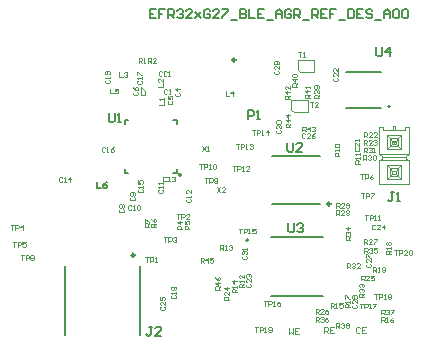
<source format=gto>
G04 Layer_Color=65535*
%FSLAX25Y25*%
%MOIN*%
G70*
G01*
G75*
%ADD32C,0.01000*%
%ADD33C,0.00600*%
%ADD34C,0.00400*%
%ADD42C,0.00500*%
%ADD48C,0.00591*%
%ADD60C,0.00984*%
%ADD61C,0.00787*%
%ADD62C,0.00394*%
%ADD63C,0.00100*%
%ADD64C,0.00300*%
D32*
X118470Y50083D02*
G03*
X118470Y50083I-500J0D01*
G01*
D33*
X133675Y102286D02*
Y99787D01*
X134175Y99287D01*
X135175D01*
X135674Y99787D01*
Y102286D01*
X138174Y99287D02*
Y102286D01*
X136674Y100786D01*
X138673D01*
X104355Y43676D02*
Y41177D01*
X104855Y40677D01*
X105854D01*
X106354Y41177D01*
Y43676D01*
X107354Y43176D02*
X107854Y43676D01*
X108853D01*
X109353Y43176D01*
Y42676D01*
X108853Y42176D01*
X108353D01*
X108853D01*
X109353Y41677D01*
Y41177D01*
X108853Y40677D01*
X107854D01*
X107354Y41177D01*
X104075Y70464D02*
Y67965D01*
X104575Y67465D01*
X105575D01*
X106074Y67965D01*
Y70464D01*
X109073Y67465D02*
X107074D01*
X109073Y69464D01*
Y69964D01*
X108574Y70464D01*
X107574D01*
X107074Y69964D01*
X139559Y53983D02*
X138560D01*
X139059D01*
Y51484D01*
X138560Y50984D01*
X138060D01*
X137560Y51484D01*
X140559Y50984D02*
X141559D01*
X141059D01*
Y53983D01*
X140559Y53483D01*
X59100Y9100D02*
X58101D01*
X58600D01*
Y6601D01*
X58101Y6101D01*
X57601D01*
X57101Y6601D01*
X62099Y6101D02*
X60100D01*
X62099Y8100D01*
Y8600D01*
X61599Y9100D01*
X60600D01*
X60100Y8600D01*
X90895Y78256D02*
Y81255D01*
X92395D01*
X92894Y80755D01*
Y79756D01*
X92395Y79256D01*
X90895D01*
X93894Y78256D02*
X94894D01*
X94394D01*
Y81255D01*
X93894Y80755D01*
X44548Y80303D02*
Y77804D01*
X45048Y77304D01*
X46047D01*
X46547Y77804D01*
Y80303D01*
X47547Y77304D02*
X48547D01*
X48047D01*
Y80303D01*
X47547Y79803D01*
X60422Y115025D02*
X58423D01*
Y112026D01*
X60422D01*
X58423Y113525D02*
X59423D01*
X63421Y115025D02*
X61422D01*
Y113525D01*
X62422D01*
X61422D01*
Y112026D01*
X64421D02*
Y115025D01*
X65921D01*
X66420Y114525D01*
Y113525D01*
X65921Y113026D01*
X64421D01*
X65421D02*
X66420Y112026D01*
X67420Y114525D02*
X67920Y115025D01*
X68920D01*
X69419Y114525D01*
Y114025D01*
X68920Y113525D01*
X68420D01*
X68920D01*
X69419Y113026D01*
Y112526D01*
X68920Y112026D01*
X67920D01*
X67420Y112526D01*
X72418Y112026D02*
X70419D01*
X72418Y114025D01*
Y114525D01*
X71919Y115025D01*
X70919D01*
X70419Y114525D01*
X73418Y114025D02*
X75418Y112026D01*
X74418Y113026D01*
X75418Y114025D01*
X73418Y112026D01*
X78417Y114525D02*
X77917Y115025D01*
X76917D01*
X76417Y114525D01*
Y112526D01*
X76917Y112026D01*
X77917D01*
X78417Y112526D01*
Y113525D01*
X77417D01*
X81416Y112026D02*
X79416D01*
X81416Y114025D01*
Y114525D01*
X80916Y115025D01*
X79916D01*
X79416Y114525D01*
X82415Y115025D02*
X84415D01*
Y114525D01*
X82415Y112526D01*
Y112026D01*
X85414Y111526D02*
X87414D01*
X88413Y115025D02*
Y112026D01*
X89913D01*
X90413Y112526D01*
Y113026D01*
X89913Y113525D01*
X88413D01*
X89913D01*
X90413Y114025D01*
Y114525D01*
X89913Y115025D01*
X88413D01*
X91412D02*
Y112026D01*
X93412D01*
X96411Y115025D02*
X94411D01*
Y112026D01*
X96411D01*
X94411Y113525D02*
X95411D01*
X97410Y111526D02*
X99410D01*
X100409Y112026D02*
Y114025D01*
X101409Y115025D01*
X102409Y114025D01*
Y112026D01*
Y113525D01*
X100409D01*
X105408Y114525D02*
X104908Y115025D01*
X103908D01*
X103408Y114525D01*
Y112526D01*
X103908Y112026D01*
X104908D01*
X105408Y112526D01*
Y113525D01*
X104408D01*
X106407Y112026D02*
Y115025D01*
X107907D01*
X108407Y114525D01*
Y113525D01*
X107907Y113026D01*
X106407D01*
X107407D02*
X108407Y112026D01*
X109406Y111526D02*
X111406D01*
X112406Y112026D02*
Y115025D01*
X113905D01*
X114405Y114525D01*
Y113525D01*
X113905Y113026D01*
X112406D01*
X113405D02*
X114405Y112026D01*
X117404Y115025D02*
X115405D01*
Y112026D01*
X117404D01*
X115405Y113525D02*
X116404D01*
X120403Y115025D02*
X118404D01*
Y113525D01*
X119403D01*
X118404D01*
Y112026D01*
X121403Y111526D02*
X123402D01*
X124402Y115025D02*
Y112026D01*
X125901D01*
X126401Y112526D01*
Y114525D01*
X125901Y115025D01*
X124402D01*
X129400D02*
X127401D01*
Y112026D01*
X129400D01*
X127401Y113525D02*
X128400D01*
X132399Y114525D02*
X131899Y115025D01*
X130900D01*
X130400Y114525D01*
Y114025D01*
X130900Y113525D01*
X131899D01*
X132399Y113026D01*
Y112526D01*
X131899Y112026D01*
X130900D01*
X130400Y112526D01*
X133399Y111526D02*
X135398D01*
X136398Y112026D02*
Y114025D01*
X137398Y115025D01*
X138397Y114025D01*
Y112026D01*
Y113525D01*
X136398D01*
X139397Y114525D02*
X139897Y115025D01*
X140896D01*
X141396Y114525D01*
Y112526D01*
X140896Y112026D01*
X139897D01*
X139397Y112526D01*
Y114525D01*
X142396D02*
X142896Y115025D01*
X143895D01*
X144395Y114525D01*
Y112526D01*
X143895Y112026D01*
X142896D01*
X142396Y112526D01*
Y114525D01*
D34*
X111742Y84127D02*
X112808D01*
X112275D01*
Y82527D01*
X114408D02*
X113341D01*
X114408Y83593D01*
Y83860D01*
X114141Y84127D01*
X113608D01*
X113341Y83860D01*
X107721Y100688D02*
X108787D01*
X108254D01*
Y99088D01*
X109320D02*
X109854D01*
X109587D01*
Y100688D01*
X109320Y100421D01*
X105163Y75653D02*
X103563D01*
Y76453D01*
X103830Y76719D01*
X104363D01*
X104630Y76453D01*
Y75653D01*
Y76186D02*
X105163Y76719D01*
Y78052D02*
X103563D01*
X104363Y77253D01*
Y78319D01*
X105163Y79652D02*
X103563D01*
X104363Y78852D01*
Y79918D01*
X109121Y74237D02*
Y75836D01*
X109921D01*
X110187Y75570D01*
Y75037D01*
X109921Y74770D01*
X109121D01*
X109654D02*
X110187Y74237D01*
X111520D02*
Y75836D01*
X110721Y75037D01*
X111787D01*
X112320Y75570D02*
X112586Y75836D01*
X113120D01*
X113386Y75570D01*
Y75303D01*
X113120Y75037D01*
X112853D01*
X113120D01*
X113386Y74770D01*
Y74504D01*
X113120Y74237D01*
X112586D01*
X112320Y74504D01*
X104898Y85161D02*
X103298D01*
Y85961D01*
X103565Y86227D01*
X104098D01*
X104365Y85961D01*
Y85161D01*
Y85694D02*
X104898Y86227D01*
Y87560D02*
X103298D01*
X104098Y86760D01*
Y87827D01*
X104898Y89426D02*
Y88360D01*
X103832Y89426D01*
X103565D01*
X103298Y89160D01*
Y88626D01*
X103565Y88360D01*
X111629Y85480D02*
X110029D01*
Y86280D01*
X110296Y86546D01*
X110829D01*
X111096Y86280D01*
Y85480D01*
Y86013D02*
X111629Y86546D01*
Y87879D02*
X110029D01*
X110829Y87080D01*
Y88146D01*
X111629Y88679D02*
Y89212D01*
Y88946D01*
X110029D01*
X110296Y88679D01*
X107377Y89173D02*
X105778D01*
Y89973D01*
X106044Y90239D01*
X106577D01*
X106844Y89973D01*
Y89173D01*
Y89706D02*
X107377Y90239D01*
Y91572D02*
X105778D01*
X106577Y90772D01*
Y91839D01*
X106044Y92372D02*
X105778Y92638D01*
Y93172D01*
X106044Y93438D01*
X107110D01*
X107377Y93172D01*
Y92638D01*
X107110Y92372D01*
X106044D01*
X114709Y85359D02*
X113110D01*
Y86159D01*
X113376Y86425D01*
X113909D01*
X114176Y86159D01*
Y85359D01*
Y85892D02*
X114709Y86425D01*
X113376Y86958D02*
X113110Y87225D01*
Y87758D01*
X113376Y88025D01*
X113643D01*
X113909Y87758D01*
Y87492D01*
Y87758D01*
X114176Y88025D01*
X114442D01*
X114709Y87758D01*
Y87225D01*
X114442Y86958D01*
Y88558D02*
X114709Y88824D01*
Y89358D01*
X114442Y89624D01*
X113376D01*
X113110Y89358D01*
Y88824D01*
X113376Y88558D01*
X113643D01*
X113909Y88824D01*
Y89624D01*
X100722Y74704D02*
X100455Y74438D01*
Y73905D01*
X100722Y73638D01*
X101788D01*
X102055Y73905D01*
Y74438D01*
X101788Y74704D01*
X100722Y75238D02*
X100455Y75504D01*
Y76037D01*
X100722Y76304D01*
X100989D01*
X101255Y76037D01*
Y75771D01*
Y76037D01*
X101522Y76304D01*
X101788D01*
X102055Y76037D01*
Y75504D01*
X101788Y75238D01*
X100722Y76837D02*
X100455Y77104D01*
Y77637D01*
X100722Y77903D01*
X101788D01*
X102055Y77637D01*
Y77104D01*
X101788Y76837D01*
X100722D01*
X100042Y94493D02*
X99775Y94227D01*
Y93694D01*
X100042Y93427D01*
X101108D01*
X101375Y93694D01*
Y94227D01*
X101108Y94493D01*
X101375Y96093D02*
Y95026D01*
X100309Y96093D01*
X100042D01*
X99775Y95826D01*
Y95293D01*
X100042Y95026D01*
X101108Y96626D02*
X101375Y96892D01*
Y97426D01*
X101108Y97692D01*
X100042D01*
X99775Y97426D01*
Y96892D01*
X100042Y96626D01*
X100309D01*
X100575Y96892D01*
Y97692D01*
X104748Y8783D02*
Y6784D01*
X105414Y7450D01*
X106081Y6784D01*
Y8783D01*
X108080D02*
X106747D01*
Y6784D01*
X108080D01*
X106747Y7784D02*
X107414D01*
X139834Y34736D02*
X140900D01*
X140367D01*
Y33137D01*
X141434D02*
Y34736D01*
X142233D01*
X142500Y34470D01*
Y33937D01*
X142233Y33670D01*
X141434D01*
X144099Y33137D02*
X143033D01*
X144099Y34203D01*
Y34470D01*
X143833Y34736D01*
X143299D01*
X143033Y34470D01*
X144632D02*
X144899Y34736D01*
X145432D01*
X145699Y34470D01*
Y33404D01*
X145432Y33137D01*
X144899D01*
X144632Y33404D01*
Y34470D01*
X93292Y8980D02*
X94358D01*
X93825D01*
Y7381D01*
X94892D02*
Y8980D01*
X95691D01*
X95958Y8714D01*
Y8181D01*
X95691Y7914D01*
X94892D01*
X96491Y7381D02*
X97024D01*
X96758D01*
Y8980D01*
X96491Y8714D01*
X97824Y7648D02*
X98090Y7381D01*
X98624D01*
X98890Y7648D01*
Y8714D01*
X98624Y8980D01*
X98090D01*
X97824Y8714D01*
Y8447D01*
X98090Y8181D01*
X98890D01*
X133120Y19996D02*
X134186D01*
X133653D01*
Y18396D01*
X134720D02*
Y19996D01*
X135519D01*
X135786Y19729D01*
Y19196D01*
X135519Y18929D01*
X134720D01*
X136319Y18396D02*
X136852D01*
X136585D01*
Y19996D01*
X136319Y19729D01*
X137652D02*
X137918Y19996D01*
X138452D01*
X138718Y19729D01*
Y19462D01*
X138452Y19196D01*
X138718Y18929D01*
Y18663D01*
X138452Y18396D01*
X137918D01*
X137652Y18663D01*
Y18929D01*
X137918Y19196D01*
X137652Y19462D01*
Y19729D01*
X137918Y19196D02*
X138452D01*
X128174Y16861D02*
X129240D01*
X128707D01*
Y15262D01*
X129773D02*
Y16861D01*
X130573D01*
X130840Y16595D01*
Y16062D01*
X130573Y15795D01*
X129773D01*
X131373Y15262D02*
X131906D01*
X131640D01*
Y16861D01*
X131373Y16595D01*
X132706Y16861D02*
X133772D01*
Y16595D01*
X132706Y15529D01*
Y15262D01*
X96211Y17725D02*
X97277D01*
X96744D01*
Y16125D01*
X97811D02*
Y17725D01*
X98610D01*
X98877Y17458D01*
Y16925D01*
X98610Y16658D01*
X97811D01*
X99410Y16125D02*
X99943D01*
X99677D01*
Y17725D01*
X99410Y17458D01*
X101809Y17725D02*
X101276Y17458D01*
X100743Y16925D01*
Y16392D01*
X101009Y16125D01*
X101543D01*
X101809Y16392D01*
Y16658D01*
X101543Y16925D01*
X100743D01*
X87920Y41827D02*
X88986D01*
X88453D01*
Y40228D01*
X89520D02*
Y41827D01*
X90319D01*
X90586Y41561D01*
Y41028D01*
X90319Y40761D01*
X89520D01*
X91119Y40228D02*
X91652D01*
X91386D01*
Y41827D01*
X91119Y41561D01*
X93518Y41827D02*
X92452D01*
Y41028D01*
X92985Y41294D01*
X93252D01*
X93518Y41028D01*
Y40495D01*
X93252Y40228D01*
X92718D01*
X92452Y40495D01*
X74826Y63463D02*
X75892D01*
X75359D01*
Y61864D01*
X76425D02*
Y63463D01*
X77225D01*
X77492Y63197D01*
Y62664D01*
X77225Y62397D01*
X76425D01*
X78025Y61864D02*
X78558D01*
X78291D01*
Y63463D01*
X78025Y63197D01*
X79358D02*
X79624Y63463D01*
X80158D01*
X80424Y63197D01*
Y62131D01*
X80158Y61864D01*
X79624D01*
X79358Y62131D01*
Y63197D01*
X76509Y58604D02*
X77575D01*
X77042D01*
Y57004D01*
X78109D02*
Y58604D01*
X78908D01*
X79175Y58337D01*
Y57804D01*
X78908Y57537D01*
X78109D01*
X79708Y57271D02*
X79975Y57004D01*
X80508D01*
X80774Y57271D01*
Y58337D01*
X80508Y58604D01*
X79975D01*
X79708Y58337D01*
Y58070D01*
X79975Y57804D01*
X80774D01*
X62876Y38928D02*
X63942D01*
X63409D01*
Y37329D01*
X64476D02*
Y38928D01*
X65275D01*
X65542Y38662D01*
Y38129D01*
X65275Y37862D01*
X64476D01*
X66075Y38662D02*
X66342Y38928D01*
X66875D01*
X67141Y38662D01*
Y38395D01*
X66875Y38129D01*
X66608D01*
X66875D01*
X67141Y37862D01*
Y37596D01*
X66875Y37329D01*
X66342D01*
X66075Y37596D01*
X56796Y32250D02*
X57862D01*
X57329D01*
Y30650D01*
X58395D02*
Y32250D01*
X59195D01*
X59462Y31983D01*
Y31450D01*
X59195Y31183D01*
X58395D01*
X59995Y30650D02*
X60528D01*
X60261D01*
Y32250D01*
X59995Y31983D01*
X116220Y6952D02*
Y8951D01*
X117220D01*
X117553Y8618D01*
Y7952D01*
X117220Y7618D01*
X116220D01*
X116886D02*
X117553Y6952D01*
X119552Y8951D02*
X118219D01*
Y6952D01*
X119552D01*
X118219Y7952D02*
X118886D01*
X120440Y8812D02*
Y10412D01*
X121240D01*
X121506Y10145D01*
Y9612D01*
X121240Y9345D01*
X120440D01*
X120973D02*
X121506Y8812D01*
X122039Y10145D02*
X122306Y10412D01*
X122839D01*
X123106Y10145D01*
Y9878D01*
X122839Y9612D01*
X122573D01*
X122839D01*
X123106Y9345D01*
Y9079D01*
X122839Y8812D01*
X122306D01*
X122039Y9079D01*
X123639Y10145D02*
X123906Y10412D01*
X124439D01*
X124705Y10145D01*
Y9878D01*
X124439Y9612D01*
X124705Y9345D01*
Y9079D01*
X124439Y8812D01*
X123906D01*
X123639Y9079D01*
Y9345D01*
X123906Y9612D01*
X123639Y9878D01*
Y10145D01*
X123906Y9612D02*
X124439D01*
X135470Y13287D02*
Y14886D01*
X136270D01*
X136536Y14620D01*
Y14087D01*
X136270Y13820D01*
X135470D01*
X136003D02*
X136536Y13287D01*
X137069Y14620D02*
X137336Y14886D01*
X137869D01*
X138136Y14620D01*
Y14353D01*
X137869Y14087D01*
X137603D01*
X137869D01*
X138136Y13820D01*
Y13554D01*
X137869Y13287D01*
X137336D01*
X137069Y13554D01*
X138669Y14886D02*
X139735D01*
Y14620D01*
X138669Y13554D01*
Y13287D01*
X113507Y10850D02*
Y12449D01*
X114307D01*
X114573Y12183D01*
Y11650D01*
X114307Y11383D01*
X113507D01*
X114040D02*
X114573Y10850D01*
X115106Y12183D02*
X115373Y12449D01*
X115906D01*
X116173Y12183D01*
Y11916D01*
X115906Y11650D01*
X115640D01*
X115906D01*
X116173Y11383D01*
Y11117D01*
X115906Y10850D01*
X115373D01*
X115106Y11117D01*
X117772Y12449D02*
X117239Y12183D01*
X116706Y11650D01*
Y11117D01*
X116972Y10850D01*
X117506D01*
X117772Y11117D01*
Y11383D01*
X117506Y11650D01*
X116706D01*
X129774Y33864D02*
Y35464D01*
X130574D01*
X130840Y35197D01*
Y34664D01*
X130574Y34397D01*
X129774D01*
X130307D02*
X130840Y33864D01*
X131374Y35197D02*
X131640Y35464D01*
X132173D01*
X132440Y35197D01*
Y34930D01*
X132173Y34664D01*
X131907D01*
X132173D01*
X132440Y34397D01*
Y34131D01*
X132173Y33864D01*
X131640D01*
X131374Y34131D01*
X134039Y35464D02*
X132973D01*
Y34664D01*
X133506Y34930D01*
X133773D01*
X134039Y34664D01*
Y34131D01*
X133773Y33864D01*
X133239D01*
X132973Y34131D01*
X125124Y38195D02*
X123524D01*
Y38995D01*
X123791Y39261D01*
X124324D01*
X124591Y38995D01*
Y38195D01*
Y38728D02*
X125124Y39261D01*
X123791Y39794D02*
X123524Y40061D01*
Y40594D01*
X123791Y40861D01*
X124058D01*
X124324Y40594D01*
Y40328D01*
Y40594D01*
X124591Y40861D01*
X124857D01*
X125124Y40594D01*
Y40061D01*
X124857Y39794D01*
X125124Y42194D02*
X123524D01*
X124324Y41394D01*
Y42460D01*
X129645Y19143D02*
X128045D01*
Y19943D01*
X128312Y20209D01*
X128845D01*
X129112Y19943D01*
Y19143D01*
Y19676D02*
X129645Y20209D01*
X128312Y20742D02*
X128045Y21009D01*
Y21542D01*
X128312Y21809D01*
X128579D01*
X128845Y21542D01*
Y21276D01*
Y21542D01*
X129112Y21809D01*
X129378D01*
X129645Y21542D01*
Y21009D01*
X129378Y20742D01*
X128312Y22342D02*
X128045Y22609D01*
Y23142D01*
X128312Y23408D01*
X128579D01*
X128845Y23142D01*
Y22875D01*
Y23142D01*
X129112Y23408D01*
X129378D01*
X129645Y23142D01*
Y22609D01*
X129378Y22342D01*
X124010Y28680D02*
Y30279D01*
X124810D01*
X125076Y30013D01*
Y29480D01*
X124810Y29213D01*
X124010D01*
X124543D02*
X125076Y28680D01*
X125610Y30013D02*
X125876Y30279D01*
X126409D01*
X126676Y30013D01*
Y29746D01*
X126409Y29480D01*
X126143D01*
X126409D01*
X126676Y29213D01*
Y28947D01*
X126409Y28680D01*
X125876D01*
X125610Y28947D01*
X128275Y28680D02*
X127209D01*
X128275Y29746D01*
Y30013D01*
X128009Y30279D01*
X127476D01*
X127209Y30013D01*
X129613Y67249D02*
Y68849D01*
X130413D01*
X130679Y68582D01*
Y68049D01*
X130413Y67782D01*
X129613D01*
X130146D02*
X130679Y67249D01*
X131212Y68582D02*
X131479Y68849D01*
X132012D01*
X132279Y68582D01*
Y68315D01*
X132012Y68049D01*
X131746D01*
X132012D01*
X132279Y67782D01*
Y67516D01*
X132012Y67249D01*
X131479D01*
X131212Y67516D01*
X132812Y67249D02*
X133345D01*
X133079D01*
Y68849D01*
X132812Y68582D01*
X129412Y64635D02*
Y66234D01*
X130212D01*
X130478Y65968D01*
Y65435D01*
X130212Y65168D01*
X129412D01*
X129945D02*
X130478Y64635D01*
X131011Y65968D02*
X131278Y66234D01*
X131811D01*
X132078Y65968D01*
Y65701D01*
X131811Y65435D01*
X131545D01*
X131811D01*
X132078Y65168D01*
Y64902D01*
X131811Y64635D01*
X131278D01*
X131011Y64902D01*
X132611Y65968D02*
X132878Y66234D01*
X133411D01*
X133677Y65968D01*
Y64902D01*
X133411Y64635D01*
X132878D01*
X132611Y64902D01*
Y65968D01*
X120462Y48761D02*
Y50361D01*
X121262D01*
X121528Y50094D01*
Y49561D01*
X121262Y49294D01*
X120462D01*
X120995D02*
X121528Y48761D01*
X123128D02*
X122062D01*
X123128Y49827D01*
Y50094D01*
X122861Y50361D01*
X122328D01*
X122062Y50094D01*
X123661Y49028D02*
X123927Y48761D01*
X124461D01*
X124727Y49028D01*
Y50094D01*
X124461Y50361D01*
X123927D01*
X123661Y50094D01*
Y49827D01*
X123927Y49561D01*
X124727D01*
X120430Y46326D02*
Y47925D01*
X121230D01*
X121496Y47659D01*
Y47126D01*
X121230Y46859D01*
X120430D01*
X120963D02*
X121496Y46326D01*
X123096D02*
X122029D01*
X123096Y47392D01*
Y47659D01*
X122829Y47925D01*
X122296D01*
X122029Y47659D01*
X123629D02*
X123896Y47925D01*
X124429D01*
X124695Y47659D01*
Y47392D01*
X124429Y47126D01*
X124695Y46859D01*
Y46593D01*
X124429Y46326D01*
X123896D01*
X123629Y46593D01*
Y46859D01*
X123896Y47126D01*
X123629Y47392D01*
Y47659D01*
X123896Y47126D02*
X124429D01*
X129651Y36877D02*
Y38476D01*
X130451D01*
X130717Y38210D01*
Y37677D01*
X130451Y37410D01*
X129651D01*
X130184D02*
X130717Y36877D01*
X132317D02*
X131251D01*
X132317Y37943D01*
Y38210D01*
X132050Y38476D01*
X131517D01*
X131251Y38210D01*
X132850Y38476D02*
X133916D01*
Y38210D01*
X132850Y37144D01*
Y36877D01*
X113528Y13499D02*
Y15099D01*
X114328D01*
X114594Y14832D01*
Y14299D01*
X114328Y14032D01*
X113528D01*
X114061D02*
X114594Y13499D01*
X116194D02*
X115128D01*
X116194Y14565D01*
Y14832D01*
X115927Y15099D01*
X115394D01*
X115128Y14832D01*
X117793Y15099D02*
X117260Y14832D01*
X116727Y14299D01*
Y13766D01*
X116993Y13499D01*
X117527D01*
X117793Y13766D01*
Y14032D01*
X117527Y14299D01*
X116727D01*
X128779Y24591D02*
Y26191D01*
X129579D01*
X129845Y25924D01*
Y25391D01*
X129579Y25124D01*
X128779D01*
X129312D02*
X129845Y24591D01*
X131445D02*
X130378D01*
X131445Y25657D01*
Y25924D01*
X131178Y26191D01*
X130645D01*
X130378Y25924D01*
X133044Y26191D02*
X131978D01*
Y25391D01*
X132511Y25657D01*
X132778D01*
X133044Y25391D01*
Y24858D01*
X132778Y24591D01*
X132245D01*
X131978Y24858D01*
X84768Y18110D02*
X83169D01*
Y18910D01*
X83435Y19176D01*
X83968D01*
X84235Y18910D01*
Y18110D01*
Y18643D02*
X84768Y19176D01*
Y20776D02*
Y19710D01*
X83702Y20776D01*
X83435D01*
X83169Y20509D01*
Y19976D01*
X83435Y19710D01*
X84768Y22109D02*
X83169D01*
X83968Y21309D01*
Y22375D01*
X129613Y69863D02*
Y71463D01*
X130413D01*
X130679Y71196D01*
Y70663D01*
X130413Y70396D01*
X129613D01*
X130146D02*
X130679Y69863D01*
X132279D02*
X131212D01*
X132279Y70929D01*
Y71196D01*
X132012Y71463D01*
X131479D01*
X131212Y71196D01*
X132812D02*
X133079Y71463D01*
X133612D01*
X133878Y71196D01*
Y70929D01*
X133612Y70663D01*
X133345D01*
X133612D01*
X133878Y70396D01*
Y70130D01*
X133612Y69863D01*
X133079D01*
X132812Y70130D01*
X129663Y72326D02*
Y73926D01*
X130463D01*
X130729Y73659D01*
Y73126D01*
X130463Y72859D01*
X129663D01*
X130196D02*
X130729Y72326D01*
X132329D02*
X131263D01*
X132329Y73392D01*
Y73659D01*
X132062Y73926D01*
X131529D01*
X131263Y73659D01*
X133928Y72326D02*
X132862D01*
X133928Y73392D01*
Y73659D01*
X133662Y73926D01*
X133128D01*
X132862Y73659D01*
X132664Y27380D02*
Y28980D01*
X133464D01*
X133730Y28713D01*
Y28180D01*
X133464Y27913D01*
X132664D01*
X133197D02*
X133730Y27380D01*
X134264D02*
X134797D01*
X134530D01*
Y28980D01*
X134264Y28713D01*
X135596Y27647D02*
X135863Y27380D01*
X136396D01*
X136663Y27647D01*
Y28713D01*
X136396Y28980D01*
X135863D01*
X135596Y28713D01*
Y28446D01*
X135863Y28180D01*
X136663D01*
X138514Y33477D02*
X136915D01*
Y34277D01*
X137181Y34543D01*
X137714D01*
X137981Y34277D01*
Y33477D01*
Y34010D02*
X138514Y34543D01*
Y35076D02*
Y35610D01*
Y35343D01*
X136915D01*
X137181Y35076D01*
Y36409D02*
X136915Y36676D01*
Y37209D01*
X137181Y37476D01*
X137448D01*
X137714Y37209D01*
X137981Y37476D01*
X138247D01*
X138514Y37209D01*
Y36676D01*
X138247Y36409D01*
X137981D01*
X137714Y36676D01*
X137448Y36409D01*
X137181D01*
X137714Y36676D02*
Y37209D01*
X124976Y15625D02*
X123377D01*
Y16425D01*
X123643Y16691D01*
X124176D01*
X124443Y16425D01*
Y15625D01*
Y16158D02*
X124976Y16691D01*
Y17224D02*
Y17758D01*
Y17491D01*
X123377D01*
X123643Y17224D01*
X123377Y18557D02*
Y19624D01*
X123643D01*
X124709Y18557D01*
X124976D01*
X135493Y10720D02*
Y12319D01*
X136293D01*
X136559Y12053D01*
Y11520D01*
X136293Y11253D01*
X135493D01*
X136026D02*
X136559Y10720D01*
X137092D02*
X137626D01*
X137359D01*
Y12319D01*
X137092Y12053D01*
X139492Y12319D02*
X138959Y12053D01*
X138425Y11520D01*
Y10987D01*
X138692Y10720D01*
X139225D01*
X139492Y10987D01*
Y11253D01*
X139225Y11520D01*
X138425D01*
X118558Y15539D02*
Y17139D01*
X119358D01*
X119624Y16872D01*
Y16339D01*
X119358Y16072D01*
X118558D01*
X119091D02*
X119624Y15539D01*
X120158D02*
X120691D01*
X120424D01*
Y17139D01*
X120158Y16872D01*
X122557Y17139D02*
X121490D01*
Y16339D01*
X122023Y16605D01*
X122290D01*
X122557Y16339D01*
Y15806D01*
X122290Y15539D01*
X121757D01*
X121490Y15806D01*
X89511Y22393D02*
X87911D01*
Y23193D01*
X88178Y23459D01*
X88711D01*
X88978Y23193D01*
Y22393D01*
Y22926D02*
X89511Y23459D01*
Y23992D02*
Y24526D01*
Y24259D01*
X87911D01*
X88178Y23992D01*
X89511Y26392D02*
Y25325D01*
X88445Y26392D01*
X88178D01*
X87911Y26125D01*
Y25592D01*
X88178Y25325D01*
X60323Y42489D02*
X58723D01*
Y43289D01*
X58990Y43555D01*
X59523D01*
X59790Y43289D01*
Y42489D01*
Y43022D02*
X60323Y43555D01*
X58723Y45155D02*
X58990Y44622D01*
X59523Y44089D01*
X60056D01*
X60323Y44355D01*
Y44888D01*
X60056Y45155D01*
X59790D01*
X59523Y44888D01*
Y44089D01*
X83530Y87762D02*
Y86163D01*
X84596D01*
X85929D02*
Y87762D01*
X85129Y86963D01*
X86196D01*
X128251Y8701D02*
X127918Y9034D01*
X127251D01*
X126918Y8701D01*
Y7368D01*
X127251Y7035D01*
X127918D01*
X128251Y7368D01*
X130250Y9034D02*
X128917D01*
Y7035D01*
X130250D01*
X128917Y8035D02*
X129584D01*
X62332Y94162D02*
X62066Y94428D01*
X61533D01*
X61266Y94162D01*
Y93096D01*
X61533Y92829D01*
X62066D01*
X62332Y93096D01*
X63932Y94162D02*
X63665Y94428D01*
X63132D01*
X62866Y94162D01*
Y93096D01*
X63132Y92829D01*
X63665D01*
X63932Y93096D01*
X64465Y92829D02*
X64998D01*
X64732D01*
Y94428D01*
X64465Y94162D01*
X130661Y30031D02*
X130394Y29765D01*
Y29232D01*
X130661Y28965D01*
X131727D01*
X131994Y29232D01*
Y29765D01*
X131727Y30031D01*
X131994Y31631D02*
Y30564D01*
X130928Y31631D01*
X130661D01*
X130394Y31364D01*
Y30831D01*
X130661Y30564D01*
X130394Y32164D02*
Y33230D01*
X130661D01*
X131727Y32164D01*
X131994D01*
X110052Y73343D02*
X109786Y73610D01*
X109253D01*
X108986Y73343D01*
Y72277D01*
X109253Y72010D01*
X109786D01*
X110052Y72277D01*
X111652Y72010D02*
X110585D01*
X111652Y73076D01*
Y73343D01*
X111385Y73610D01*
X110852D01*
X110585Y73343D01*
X113251Y73610D02*
X112718Y73343D01*
X112185Y72810D01*
Y72277D01*
X112452Y72010D01*
X112985D01*
X113251Y72277D01*
Y72543D01*
X112985Y72810D01*
X112185D01*
X61933Y15881D02*
X61667Y15615D01*
Y15082D01*
X61933Y14815D01*
X62999D01*
X63266Y15082D01*
Y15615D01*
X62999Y15881D01*
X63266Y17481D02*
Y16414D01*
X62200Y17481D01*
X61933D01*
X61667Y17214D01*
Y16681D01*
X61933Y16414D01*
X61667Y19080D02*
Y18014D01*
X62466D01*
X62200Y18547D01*
Y18814D01*
X62466Y19080D01*
X62999D01*
X63266Y18814D01*
Y18281D01*
X62999Y18014D01*
X133461Y42896D02*
X133195Y43163D01*
X132662D01*
X132395Y42896D01*
Y41830D01*
X132662Y41563D01*
X133195D01*
X133461Y41830D01*
X135061Y41563D02*
X133994D01*
X135061Y42629D01*
Y42896D01*
X134794Y43163D01*
X134261D01*
X133994Y42896D01*
X136394Y41563D02*
Y43163D01*
X135594Y42363D01*
X136660D01*
X90662Y23388D02*
X90395Y23122D01*
Y22589D01*
X90662Y22322D01*
X91728D01*
X91995Y22589D01*
Y23122D01*
X91728Y23388D01*
X91995Y24988D02*
Y23922D01*
X90929Y24988D01*
X90662D01*
X90395Y24721D01*
Y24188D01*
X90662Y23922D01*
Y25521D02*
X90395Y25787D01*
Y26321D01*
X90662Y26587D01*
X90929D01*
X91195Y26321D01*
Y26054D01*
Y26321D01*
X91462Y26587D01*
X91728D01*
X91995Y26321D01*
Y25787D01*
X91728Y25521D01*
X119630Y92053D02*
X119363Y91787D01*
Y91254D01*
X119630Y90987D01*
X120696D01*
X120963Y91254D01*
Y91787D01*
X120696Y92053D01*
X120963Y93653D02*
Y92586D01*
X119897Y93653D01*
X119630D01*
X119363Y93386D01*
Y92853D01*
X119630Y92586D01*
X120963Y95252D02*
Y94186D01*
X119897Y95252D01*
X119630D01*
X119363Y94986D01*
Y94453D01*
X119630Y94186D01*
X126830Y68920D02*
X126564Y68654D01*
Y68121D01*
X126830Y67854D01*
X127896D01*
X128163Y68121D01*
Y68654D01*
X127896Y68920D01*
X128163Y70520D02*
Y69454D01*
X127097Y70520D01*
X126830D01*
X126564Y70253D01*
Y69720D01*
X126830Y69454D01*
X128163Y71053D02*
Y71586D01*
Y71320D01*
X126564D01*
X126830Y71053D01*
X43534Y91403D02*
X43268Y91137D01*
Y90604D01*
X43534Y90337D01*
X44600D01*
X44867Y90604D01*
Y91137D01*
X44600Y91403D01*
X44867Y91936D02*
Y92470D01*
Y92203D01*
X43268D01*
X43534Y91936D01*
X44600Y93269D02*
X44867Y93536D01*
Y94069D01*
X44600Y94336D01*
X43534D01*
X43268Y94069D01*
Y93536D01*
X43534Y93269D01*
X43801D01*
X44067Y93536D01*
Y94336D01*
X54391Y91175D02*
X54124Y90909D01*
Y90376D01*
X54391Y90109D01*
X55457D01*
X55724Y90376D01*
Y90909D01*
X55457Y91175D01*
X55724Y91708D02*
Y92242D01*
Y91975D01*
X54124D01*
X54391Y91708D01*
X54124Y93041D02*
Y94108D01*
X54391D01*
X55457Y93041D01*
X55724D01*
X92333Y74817D02*
X93399D01*
X92866D01*
Y73217D01*
X93932D02*
Y74817D01*
X94732D01*
X94999Y74550D01*
Y74017D01*
X94732Y73750D01*
X93932D01*
X95532Y73217D02*
X96065D01*
X95798D01*
Y74817D01*
X95532Y74550D01*
X97665Y73217D02*
Y74817D01*
X96865Y74017D01*
X97931D01*
X86992Y70147D02*
X88058D01*
X87525D01*
Y68547D01*
X88591D02*
Y70147D01*
X89391D01*
X89658Y69880D01*
Y69347D01*
X89391Y69080D01*
X88591D01*
X90191Y68547D02*
X90724D01*
X90457D01*
Y70147D01*
X90191Y69880D01*
X91524D02*
X91790Y70147D01*
X92324D01*
X92590Y69880D01*
Y69613D01*
X92324Y69347D01*
X92057D01*
X92324D01*
X92590Y69080D01*
Y68814D01*
X92324Y68547D01*
X91790D01*
X91524Y68814D01*
X15259Y33018D02*
X16325D01*
X15792D01*
Y31419D01*
X16859D02*
Y33018D01*
X17658D01*
X17925Y32752D01*
Y32219D01*
X17658Y31952D01*
X16859D01*
X18458Y32752D02*
X18724Y33018D01*
X19258D01*
X19524Y32752D01*
Y32485D01*
X19258Y32219D01*
X19524Y31952D01*
Y31686D01*
X19258Y31419D01*
X18724D01*
X18458Y31686D01*
Y31952D01*
X18724Y32219D01*
X18458Y32485D01*
Y32752D01*
X18724Y32219D02*
X19258D01*
X128660Y53676D02*
X129726D01*
X129193D01*
Y52077D01*
X130260D02*
Y53676D01*
X131059D01*
X131326Y53410D01*
Y52877D01*
X131059Y52610D01*
X130260D01*
X131859Y53676D02*
X132925D01*
Y53410D01*
X131859Y52344D01*
Y52077D01*
X43319Y68876D02*
X43053Y69143D01*
X42520D01*
X42253Y68876D01*
Y67810D01*
X42520Y67543D01*
X43053D01*
X43319Y67810D01*
X43852Y67543D02*
X44386D01*
X44119D01*
Y69143D01*
X43852Y68876D01*
X46252Y69143D02*
X45719Y68876D01*
X45185Y68343D01*
Y67810D01*
X45452Y67543D01*
X45985D01*
X46252Y67810D01*
Y68076D01*
X45985Y68343D01*
X45185D01*
X48407Y48294D02*
X48140Y48028D01*
Y47495D01*
X48407Y47228D01*
X49473D01*
X49740Y47495D01*
Y48028D01*
X49473Y48294D01*
X48407Y48827D02*
X48140Y49094D01*
Y49627D01*
X48407Y49894D01*
X48674D01*
X48940Y49627D01*
X49207Y49894D01*
X49473D01*
X49740Y49627D01*
Y49094D01*
X49473Y48827D01*
X49207D01*
X48940Y49094D01*
X48674Y48827D01*
X48407D01*
X48940Y49094D02*
Y49627D01*
X52133Y49551D02*
X51867Y49817D01*
X51334D01*
X51067Y49551D01*
Y48485D01*
X51334Y48218D01*
X51867D01*
X52133Y48485D01*
X52666Y48218D02*
X53200D01*
X52933D01*
Y49817D01*
X52666Y49551D01*
X53999D02*
X54266Y49817D01*
X54799D01*
X55066Y49551D01*
Y48485D01*
X54799Y48218D01*
X54266D01*
X53999Y48485D01*
Y49551D01*
X63856Y58937D02*
X63590Y59203D01*
X63057D01*
X62790Y58937D01*
Y57871D01*
X63057Y57604D01*
X63590D01*
X63856Y57871D01*
X64389Y57604D02*
X64923D01*
X64656D01*
Y59203D01*
X64389Y58937D01*
X65722D02*
X65989Y59203D01*
X66522D01*
X66789Y58937D01*
Y58670D01*
X66522Y58404D01*
X66255D01*
X66522D01*
X66789Y58137D01*
Y57871D01*
X66522Y57604D01*
X65989D01*
X65722Y57871D01*
X54514Y54995D02*
X54247Y54729D01*
Y54196D01*
X54514Y53929D01*
X55580D01*
X55847Y54196D01*
Y54729D01*
X55580Y54995D01*
X55847Y55528D02*
Y56062D01*
Y55795D01*
X54247D01*
X54514Y55528D01*
X54247Y57928D02*
Y56861D01*
X55047D01*
X54781Y57394D01*
Y57661D01*
X55047Y57928D01*
X55580D01*
X55847Y57661D01*
Y57128D01*
X55580Y56861D01*
X52068Y52304D02*
X51802Y52038D01*
Y51505D01*
X52068Y51238D01*
X53134D01*
X53401Y51505D01*
Y52038D01*
X53134Y52304D01*
Y52838D02*
X53401Y53104D01*
Y53637D01*
X53134Y53904D01*
X52068D01*
X51802Y53637D01*
Y53104D01*
X52068Y52838D01*
X52335D01*
X52601Y53104D01*
Y53904D01*
X65708Y19627D02*
X65442Y19361D01*
Y18828D01*
X65708Y18561D01*
X66774D01*
X67041Y18828D01*
Y19361D01*
X66774Y19627D01*
X67041Y20161D02*
Y20694D01*
Y20427D01*
X65442D01*
X65708Y20161D01*
Y21493D02*
X65442Y21760D01*
Y22293D01*
X65708Y22560D01*
X65975D01*
X66241Y22293D01*
X66508Y22560D01*
X66774D01*
X67041Y22293D01*
Y21760D01*
X66774Y21493D01*
X66508D01*
X66241Y21760D01*
X65975Y21493D01*
X65708D01*
X66241Y21760D02*
Y22293D01*
X55494Y87331D02*
X55228Y87065D01*
Y86532D01*
X55494Y86265D01*
X56560D01*
X56827Y86532D01*
Y87065D01*
X56560Y87331D01*
X55228Y87865D02*
Y88931D01*
X55494D01*
X56560Y87865D01*
X56827D01*
X87202Y20578D02*
X85602D01*
Y21378D01*
X85869Y21644D01*
X86402D01*
X86669Y21378D01*
Y20578D01*
Y21111D02*
X87202Y21644D01*
Y22177D02*
Y22711D01*
Y22444D01*
X85602D01*
X85869Y22177D01*
X87202Y24310D02*
X85602D01*
X86402Y23510D01*
Y24577D01*
X81715Y34812D02*
Y36411D01*
X82515D01*
X82781Y36145D01*
Y35612D01*
X82515Y35345D01*
X81715D01*
X82248D02*
X82781Y34812D01*
X83315D02*
X83848D01*
X83581D01*
Y36411D01*
X83315Y36145D01*
X84647D02*
X84914Y36411D01*
X85447D01*
X85714Y36145D01*
Y35878D01*
X85447Y35612D01*
X85180D01*
X85447D01*
X85714Y35345D01*
Y35079D01*
X85447Y34812D01*
X84914D01*
X84647Y35079D01*
X128318Y63551D02*
X126718D01*
Y64351D01*
X126985Y64617D01*
X127518D01*
X127785Y64351D01*
Y63551D01*
Y64084D02*
X128318Y64617D01*
Y65150D02*
Y65684D01*
Y65417D01*
X126718D01*
X126985Y65150D01*
X128318Y66483D02*
Y67017D01*
Y66750D01*
X126718D01*
X126985Y66483D01*
X52969Y87409D02*
X52702Y87143D01*
Y86610D01*
X52969Y86343D01*
X54035D01*
X54302Y86610D01*
Y87143D01*
X54035Y87409D01*
X52702Y89009D02*
X52969Y88476D01*
X53502Y87942D01*
X54035D01*
X54302Y88209D01*
Y88742D01*
X54035Y89009D01*
X53769D01*
X53502Y88742D01*
Y87942D01*
X66957Y87131D02*
X66690Y86865D01*
Y86332D01*
X66957Y86065D01*
X68023D01*
X68290Y86332D01*
Y86865D01*
X68023Y87131D01*
X68290Y88464D02*
X66690D01*
X67490Y87665D01*
Y88731D01*
X80770Y55695D02*
X81836Y54095D01*
Y55695D02*
X80770Y54095D01*
X83436D02*
X82370D01*
X83436Y55161D01*
Y55428D01*
X83169Y55695D01*
X82636D01*
X82370Y55428D01*
X75817Y69302D02*
X76883Y67703D01*
Y69302D02*
X75817Y67703D01*
X77416D02*
X77950D01*
X77683D01*
Y69302D01*
X77416Y69036D01*
X85871Y62709D02*
X86937D01*
X86404D01*
Y61110D01*
X87471D02*
Y62709D01*
X88270D01*
X88537Y62443D01*
Y61910D01*
X88270Y61643D01*
X87471D01*
X89070Y61110D02*
X89603D01*
X89337D01*
Y62709D01*
X89070Y62443D01*
X91469Y61110D02*
X90403D01*
X91469Y62176D01*
Y62443D01*
X91203Y62709D01*
X90669D01*
X90403Y62443D01*
X129920Y46350D02*
X130986D01*
X130453D01*
Y44751D01*
X131519D02*
Y46350D01*
X132319D01*
X132586Y46084D01*
Y45551D01*
X132319Y45284D01*
X131519D01*
X133119Y44751D02*
X133652D01*
X133386D01*
Y46350D01*
X133119Y46084D01*
X134452Y44751D02*
X134985D01*
X134718D01*
Y46350D01*
X134452Y46084D01*
X128502Y59939D02*
X129568D01*
X129035D01*
Y58339D01*
X130102D02*
Y59939D01*
X130901D01*
X131168Y59672D01*
Y59139D01*
X130901Y58872D01*
X130102D01*
X132767Y59939D02*
X132234Y59672D01*
X131701Y59139D01*
Y58606D01*
X131967Y58339D01*
X132501D01*
X132767Y58606D01*
Y58872D01*
X132501Y59139D01*
X131701D01*
X12618Y37444D02*
X13684D01*
X13151D01*
Y35844D01*
X14218D02*
Y37444D01*
X15017D01*
X15284Y37177D01*
Y36644D01*
X15017Y36377D01*
X14218D01*
X16883Y37444D02*
X15817D01*
Y36644D01*
X16350Y36910D01*
X16617D01*
X16883Y36644D01*
Y36111D01*
X16617Y35844D01*
X16083D01*
X15817Y36111D01*
X11897Y43034D02*
X12963D01*
X12430D01*
Y41435D01*
X13497D02*
Y43034D01*
X14296D01*
X14563Y42768D01*
Y42235D01*
X14296Y41968D01*
X13497D01*
X15896Y41435D02*
Y43034D01*
X15096Y42235D01*
X16162D01*
X67208Y46712D02*
X68274D01*
X67741D01*
Y45113D01*
X68808D02*
Y46712D01*
X69607D01*
X69874Y46446D01*
Y45913D01*
X69607Y45646D01*
X68808D01*
X71473Y45113D02*
X70407D01*
X71473Y46179D01*
Y46446D01*
X71207Y46712D01*
X70674D01*
X70407Y46446D01*
X121496Y66148D02*
X119896D01*
Y66948D01*
X120163Y67214D01*
X120696D01*
X120963Y66948D01*
Y66148D01*
Y66681D02*
X121496Y67214D01*
Y67747D02*
Y68281D01*
Y68014D01*
X119896D01*
X120163Y67747D01*
Y69080D02*
X119896Y69347D01*
Y69880D01*
X120163Y70147D01*
X121229D01*
X121496Y69880D01*
Y69347D01*
X121229Y69080D01*
X120163D01*
X58161Y42499D02*
X56561D01*
Y43299D01*
X56828Y43565D01*
X57361D01*
X57628Y43299D01*
Y42499D01*
Y43032D02*
X58161Y43565D01*
X56561Y44098D02*
Y45165D01*
X56828D01*
X57894Y44098D01*
X58161D01*
X71464Y41750D02*
X69864D01*
Y42550D01*
X70131Y42816D01*
X70664D01*
X70931Y42550D01*
Y41750D01*
Y42283D02*
X71464Y42816D01*
X69864Y44416D02*
Y43349D01*
X70664D01*
X70398Y43883D01*
Y44149D01*
X70664Y44416D01*
X71197D01*
X71464Y44149D01*
Y43616D01*
X71197Y43349D01*
X69068Y41697D02*
X67469D01*
Y42497D01*
X67735Y42763D01*
X68268D01*
X68535Y42497D01*
Y41697D01*
Y42230D02*
X69068Y42763D01*
Y44096D02*
X67469D01*
X68268Y43297D01*
Y44363D01*
X57708Y97178D02*
Y98778D01*
X58508D01*
X58774Y98511D01*
Y97978D01*
X58508Y97711D01*
X57708D01*
X58241D02*
X58774Y97178D01*
X60374D02*
X59307D01*
X60374Y98244D01*
Y98511D01*
X60107Y98778D01*
X59574D01*
X59307Y98511D01*
X54592Y97120D02*
Y98720D01*
X55392D01*
X55658Y98453D01*
Y97920D01*
X55392Y97653D01*
X54592D01*
X55125D02*
X55658Y97120D01*
X56191D02*
X56725D01*
X56458D01*
Y98720D01*
X56191Y98453D01*
X45123Y88547D02*
Y86948D01*
X46189D01*
X47789Y88547D02*
X46722D01*
Y87748D01*
X47256Y88014D01*
X47522D01*
X47789Y87748D01*
Y87215D01*
X47522Y86948D01*
X46989D01*
X46722Y87215D01*
X48130Y93964D02*
Y92365D01*
X49196D01*
X49729Y93698D02*
X49996Y93964D01*
X50529D01*
X50796Y93698D01*
Y93431D01*
X50529Y93165D01*
X50263D01*
X50529D01*
X50796Y92898D01*
Y92632D01*
X50529Y92365D01*
X49996D01*
X49729Y92632D01*
X61085Y89193D02*
X62685D01*
Y90259D01*
Y91859D02*
Y90793D01*
X61619Y91859D01*
X61352D01*
X61085Y91592D01*
Y91059D01*
X61352Y90793D01*
X61286Y83178D02*
X62886D01*
Y84244D01*
Y84777D02*
Y85311D01*
Y85044D01*
X61286D01*
X61553Y84777D01*
X29141Y58819D02*
X28875Y59086D01*
X28342D01*
X28075Y58819D01*
Y57753D01*
X28342Y57486D01*
X28875D01*
X29141Y57753D01*
X29675Y57486D02*
X30208D01*
X29941D01*
Y59086D01*
X29675Y58819D01*
X31807Y57486D02*
Y59086D01*
X31007Y58286D01*
X32074D01*
X70754Y51704D02*
X70487Y51438D01*
Y50905D01*
X70754Y50638D01*
X71820D01*
X72087Y50905D01*
Y51438D01*
X71820Y51704D01*
X72087Y52237D02*
Y52771D01*
Y52504D01*
X70487D01*
X70754Y52237D01*
X72087Y54637D02*
Y53570D01*
X71021Y54637D01*
X70754D01*
X70487Y54370D01*
Y53837D01*
X70754Y53570D01*
X61340Y54893D02*
X61073Y54627D01*
Y54094D01*
X61340Y53827D01*
X62406D01*
X62673Y54094D01*
Y54627D01*
X62406Y54893D01*
X62673Y55427D02*
Y55960D01*
Y55693D01*
X61073D01*
X61340Y55427D01*
X62673Y56759D02*
Y57292D01*
Y57026D01*
X61073D01*
X61340Y56759D01*
X64493Y84526D02*
X64227Y84260D01*
Y83727D01*
X64493Y83460D01*
X65559D01*
X65826Y83727D01*
Y84260D01*
X65559Y84526D01*
X64227Y86126D02*
Y85059D01*
X65026D01*
X64760Y85593D01*
Y85859D01*
X65026Y86126D01*
X65559D01*
X65826Y85859D01*
Y85326D01*
X65559Y85059D01*
X64075Y88208D02*
X63809Y88475D01*
X63276D01*
X63009Y88208D01*
Y87142D01*
X63276Y86875D01*
X63809D01*
X64075Y87142D01*
X64609Y86875D02*
X65142D01*
X64875D01*
Y88475D01*
X64609Y88208D01*
X125924Y16392D02*
X125657Y16126D01*
Y15593D01*
X125924Y15326D01*
X126990D01*
X127257Y15593D01*
Y16126D01*
X126990Y16392D01*
X127257Y17992D02*
Y16926D01*
X126191Y17992D01*
X125924D01*
X125657Y17725D01*
Y17192D01*
X125924Y16926D01*
Y18525D02*
X125657Y18791D01*
Y19325D01*
X125924Y19591D01*
X126191D01*
X126457Y19325D01*
X126724Y19591D01*
X126990D01*
X127257Y19325D01*
Y18791D01*
X126990Y18525D01*
X126724D01*
X126457Y18791D01*
X126191Y18525D01*
X125924D01*
X126457Y18791D02*
Y19325D01*
D42*
X123625Y94108D02*
X135436D01*
X123625Y82060D02*
X135436D01*
X98835Y38934D02*
X116157D01*
X98835Y19250D02*
X116157D01*
X67366Y60461D02*
Y61741D01*
X66087Y60461D02*
X67366D01*
Y76701D02*
Y77981D01*
X66087D02*
X67366D01*
X49846Y76701D02*
Y77981D01*
X51126D01*
X49846Y60461D02*
Y61741D01*
Y60461D02*
X51126D01*
X40647Y57504D02*
Y55505D01*
X41980D01*
X43979Y57504D02*
X43313Y57171D01*
X42646Y56505D01*
Y55838D01*
X42980Y55505D01*
X43646D01*
X43979Y55838D01*
Y56172D01*
X43646Y56505D01*
X42646D01*
D48*
X55172Y6311D02*
Y29311D01*
X30172Y6311D02*
Y29311D01*
X98970Y66083D02*
X114970D01*
X98970Y50083D02*
X114970D01*
D60*
X53203Y32969D02*
G03*
X53203Y32969I-492J0D01*
G01*
X86797Y98105D02*
G03*
X86797Y98105I-492J0D01*
G01*
X68552Y59772D02*
G03*
X68552Y59772I-300J0D01*
G01*
D61*
X138424Y82584D02*
G03*
X138424Y82584I-394J0D01*
G01*
X91197Y37990D02*
G03*
X91197Y37990I-394J0D01*
G01*
D62*
X107567Y94888D02*
Y98038D01*
Y94888D02*
X108354Y94100D01*
X113079D01*
Y98038D01*
X107567D02*
X113079D01*
X105407Y84707D02*
X110919D01*
Y80769D02*
Y84707D01*
X106194Y80769D02*
X110919D01*
X105407Y81557D02*
X106194Y80769D01*
X105407Y81557D02*
Y84707D01*
X89290Y32728D02*
X89028Y32465D01*
Y31940D01*
X89290Y31678D01*
X90340D01*
X90602Y31940D01*
Y32465D01*
X90340Y32728D01*
X89290Y33252D02*
X89028Y33515D01*
Y34039D01*
X89290Y34302D01*
X89552D01*
X89815Y34039D01*
Y33777D01*
Y34039D01*
X90077Y34302D01*
X90340D01*
X90602Y34039D01*
Y33515D01*
X90340Y33252D01*
X90602Y34827D02*
Y35351D01*
Y35089D01*
X89028D01*
X89290Y34827D01*
X75193Y30546D02*
Y32120D01*
X75980D01*
X76243Y31858D01*
Y31333D01*
X75980Y31071D01*
X75193D01*
X75718D02*
X76243Y30546D01*
X77554D02*
Y32120D01*
X76767Y31333D01*
X77817D01*
X79391Y32120D02*
X78342D01*
Y31333D01*
X78866Y31596D01*
X79129D01*
X79391Y31333D01*
Y30808D01*
X79129Y30546D01*
X78604D01*
X78342Y30808D01*
X81704Y21529D02*
X80130D01*
Y22316D01*
X80392Y22579D01*
X80917D01*
X81179Y22316D01*
Y21529D01*
Y22054D02*
X81704Y22579D01*
Y23890D02*
X80130D01*
X80917Y23103D01*
Y24153D01*
X80130Y25727D02*
X80392Y25202D01*
X80917Y24678D01*
X81442D01*
X81704Y24940D01*
Y25465D01*
X81442Y25727D01*
X81179D01*
X80917Y25465D01*
Y24678D01*
D63*
X139700Y70354D02*
Y70954D01*
X139400Y70654D02*
X140000D01*
D64*
X137380Y68304D02*
Y72994D01*
Y58314D02*
Y63004D01*
X136030Y74834D02*
Y75654D01*
X135720Y65144D02*
Y66164D01*
X134700Y66664D02*
Y75654D01*
Y56664D02*
Y64644D01*
X142020Y68304D02*
Y72994D01*
Y58314D02*
Y63004D01*
X140980Y69374D02*
Y71934D01*
Y59374D02*
Y61934D01*
X140270Y70084D02*
Y71224D01*
Y60084D02*
Y61224D01*
X139130Y70084D02*
Y71224D01*
Y60084D02*
Y61224D01*
X138420Y69374D02*
Y71934D01*
Y59374D02*
Y61934D01*
X139350Y74834D02*
Y76164D01*
X140050Y74834D02*
Y76164D01*
X143370Y74834D02*
Y75654D01*
X143670Y65144D02*
Y66164D01*
X144700Y66664D02*
Y75654D01*
Y56664D02*
Y64644D01*
X138420Y61934D02*
X139130Y61224D01*
X140270Y60084D02*
X140980Y59374D01*
X140950Y69374D02*
X142020Y68304D01*
X138420Y71934D02*
X139130Y71224D01*
X140270Y70084D02*
X140980Y69374D01*
X137380Y72994D02*
X138440Y71934D01*
X137380Y72994D02*
X142020D01*
X136030Y74834D02*
X143370D01*
X139350Y76164D02*
X140050D01*
X134700Y75654D02*
X136030D01*
X143370D02*
X144700D01*
X137380Y68304D02*
X142020D01*
X138420Y71934D02*
X140980D01*
X138420Y69374D02*
X140980D01*
X139130Y71224D02*
X140270D01*
X139130Y70084D02*
X140270D01*
X135720Y65654D02*
X143670D01*
X134700Y66664D02*
X144700D01*
X134700Y64644D02*
X144700D01*
X139130Y60084D02*
X140270D01*
X139130Y61224D02*
X140270D01*
X137380Y63004D02*
X142020D01*
X138420Y61934D02*
X140980D01*
X137380Y58314D02*
X142020D01*
X138420Y59374D02*
X140980D01*
X134700Y56664D02*
X144700D01*
X140270Y71224D02*
X140980Y71934D01*
X138420Y69374D02*
X139130Y70084D01*
X137380Y58314D02*
X138440Y59374D01*
X140950Y61934D02*
X142020Y63004D01*
X140270Y61224D02*
X140980Y61934D01*
X138420Y59374D02*
X139130Y60084D01*
X137380Y68304D02*
X138440Y69374D01*
X137380Y63004D02*
X138440Y61934D01*
X140950Y71934D02*
X142020Y72994D01*
X134700Y64644D02*
X135720Y65144D01*
X134700Y66664D02*
X135720Y66164D01*
X140950Y59374D02*
X142020Y58314D01*
X143670Y65144D02*
X144700Y64644D01*
X143670Y66164D02*
X144700Y66664D01*
M02*

</source>
